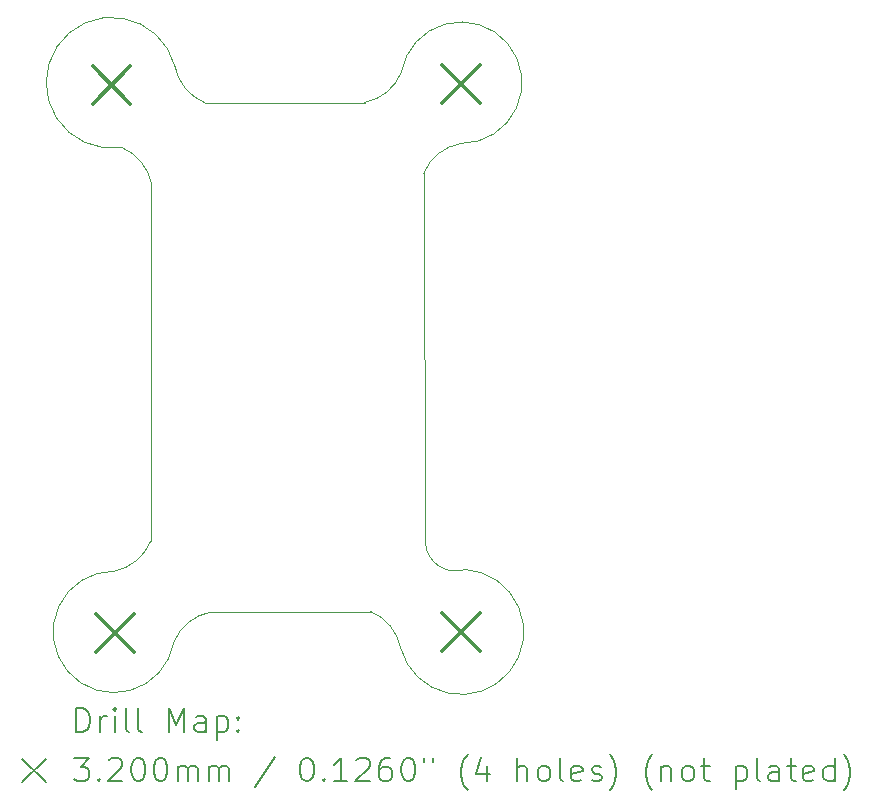
<source format=gbr>
%TF.GenerationSoftware,KiCad,Pcbnew,7.0.6*%
%TF.CreationDate,2023-09-30T16:03:38+02:00*%
%TF.ProjectId,bc546b-astable-multivibrator,62633534-3662-42d6-9173-7461626c652d,0*%
%TF.SameCoordinates,Original*%
%TF.FileFunction,Drillmap*%
%TF.FilePolarity,Positive*%
%FSLAX45Y45*%
G04 Gerber Fmt 4.5, Leading zero omitted, Abs format (unit mm)*
G04 Created by KiCad (PCBNEW 7.0.6) date 2023-09-30 16:03:38*
%MOMM*%
%LPD*%
G01*
G04 APERTURE LIST*
%ADD10C,0.100000*%
%ADD11C,0.200000*%
%ADD12C,0.320000*%
G04 APERTURE END LIST*
D10*
X8624498Y-5378804D02*
G75*
G03*
X8370757Y-5069534I-413738J-80726D01*
G01*
X8310016Y-8657558D02*
G75*
G03*
X8617054Y-8405349I-80746J411298D01*
G01*
X10734498Y-9308804D02*
G75*
G03*
X10480757Y-8999534I-413738J-80726D01*
G01*
X10734499Y-9308804D02*
G75*
G03*
X11283337Y-8643354I512152J136652D01*
G01*
X8822907Y-4382883D02*
G75*
G03*
X9076651Y-4692152I413743J80733D01*
G01*
X8617054Y-8405349D02*
X8624499Y-5378804D01*
X10943475Y-8419002D02*
G75*
G03*
X11283337Y-8643354I256525J19002D01*
G01*
X9076651Y-4692152D02*
X10430000Y-4690000D01*
X11246651Y-5036749D02*
G75*
G03*
X10739270Y-4436258I-1J514599D01*
G01*
X10480757Y-8999534D02*
X9123303Y-9004304D01*
X8822675Y-4382943D02*
G75*
G03*
X8370757Y-5069534I-536024J-139209D01*
G01*
X9123304Y-9004309D02*
G75*
G03*
X8814033Y-9258046I80726J-413741D01*
G01*
X10430000Y-4690001D02*
G75*
G03*
X10739270Y-4436258I-80730J413741D01*
G01*
X11246652Y-5036758D02*
G75*
G03*
X10928445Y-5289856I67378J-411292D01*
G01*
X10928445Y-5289856D02*
X10943475Y-8419002D01*
X8310016Y-8657558D02*
G75*
G03*
X8814033Y-9258046I-3366J-514592D01*
G01*
D11*
D12*
X8126651Y-4382152D02*
X8446651Y-4702152D01*
X8446651Y-4382152D02*
X8126651Y-4702152D01*
X8156651Y-9022152D02*
X8476651Y-9342152D01*
X8476651Y-9022152D02*
X8156651Y-9342152D01*
X11086651Y-4372152D02*
X11406651Y-4692152D01*
X11406651Y-4372152D02*
X11086651Y-4692152D01*
X11086651Y-9012152D02*
X11406651Y-9332152D01*
X11406651Y-9012152D02*
X11086651Y-9332152D01*
D11*
X7988622Y-10018705D02*
X7988622Y-9818705D01*
X7988622Y-9818705D02*
X8036241Y-9818705D01*
X8036241Y-9818705D02*
X8064813Y-9828229D01*
X8064813Y-9828229D02*
X8083860Y-9847277D01*
X8083860Y-9847277D02*
X8093384Y-9866324D01*
X8093384Y-9866324D02*
X8102908Y-9904419D01*
X8102908Y-9904419D02*
X8102908Y-9932991D01*
X8102908Y-9932991D02*
X8093384Y-9971086D01*
X8093384Y-9971086D02*
X8083860Y-9990134D01*
X8083860Y-9990134D02*
X8064813Y-10009181D01*
X8064813Y-10009181D02*
X8036241Y-10018705D01*
X8036241Y-10018705D02*
X7988622Y-10018705D01*
X8188622Y-10018705D02*
X8188622Y-9885372D01*
X8188622Y-9923467D02*
X8198146Y-9904419D01*
X8198146Y-9904419D02*
X8207670Y-9894896D01*
X8207670Y-9894896D02*
X8226717Y-9885372D01*
X8226717Y-9885372D02*
X8245765Y-9885372D01*
X8312432Y-10018705D02*
X8312432Y-9885372D01*
X8312432Y-9818705D02*
X8302908Y-9828229D01*
X8302908Y-9828229D02*
X8312432Y-9837753D01*
X8312432Y-9837753D02*
X8321955Y-9828229D01*
X8321955Y-9828229D02*
X8312432Y-9818705D01*
X8312432Y-9818705D02*
X8312432Y-9837753D01*
X8436241Y-10018705D02*
X8417194Y-10009181D01*
X8417194Y-10009181D02*
X8407670Y-9990134D01*
X8407670Y-9990134D02*
X8407670Y-9818705D01*
X8541003Y-10018705D02*
X8521955Y-10009181D01*
X8521955Y-10009181D02*
X8512432Y-9990134D01*
X8512432Y-9990134D02*
X8512432Y-9818705D01*
X8769575Y-10018705D02*
X8769575Y-9818705D01*
X8769575Y-9818705D02*
X8836241Y-9961562D01*
X8836241Y-9961562D02*
X8902908Y-9818705D01*
X8902908Y-9818705D02*
X8902908Y-10018705D01*
X9083860Y-10018705D02*
X9083860Y-9913943D01*
X9083860Y-9913943D02*
X9074336Y-9894896D01*
X9074336Y-9894896D02*
X9055289Y-9885372D01*
X9055289Y-9885372D02*
X9017194Y-9885372D01*
X9017194Y-9885372D02*
X8998146Y-9894896D01*
X9083860Y-10009181D02*
X9064813Y-10018705D01*
X9064813Y-10018705D02*
X9017194Y-10018705D01*
X9017194Y-10018705D02*
X8998146Y-10009181D01*
X8998146Y-10009181D02*
X8988622Y-9990134D01*
X8988622Y-9990134D02*
X8988622Y-9971086D01*
X8988622Y-9971086D02*
X8998146Y-9952038D01*
X8998146Y-9952038D02*
X9017194Y-9942515D01*
X9017194Y-9942515D02*
X9064813Y-9942515D01*
X9064813Y-9942515D02*
X9083860Y-9932991D01*
X9179098Y-9885372D02*
X9179098Y-10085372D01*
X9179098Y-9894896D02*
X9198146Y-9885372D01*
X9198146Y-9885372D02*
X9236241Y-9885372D01*
X9236241Y-9885372D02*
X9255289Y-9894896D01*
X9255289Y-9894896D02*
X9264813Y-9904419D01*
X9264813Y-9904419D02*
X9274336Y-9923467D01*
X9274336Y-9923467D02*
X9274336Y-9980610D01*
X9274336Y-9980610D02*
X9264813Y-9999657D01*
X9264813Y-9999657D02*
X9255289Y-10009181D01*
X9255289Y-10009181D02*
X9236241Y-10018705D01*
X9236241Y-10018705D02*
X9198146Y-10018705D01*
X9198146Y-10018705D02*
X9179098Y-10009181D01*
X9360051Y-9999657D02*
X9369575Y-10009181D01*
X9369575Y-10009181D02*
X9360051Y-10018705D01*
X9360051Y-10018705D02*
X9350527Y-10009181D01*
X9350527Y-10009181D02*
X9360051Y-9999657D01*
X9360051Y-9999657D02*
X9360051Y-10018705D01*
X9360051Y-9894896D02*
X9369575Y-9904419D01*
X9369575Y-9904419D02*
X9360051Y-9913943D01*
X9360051Y-9913943D02*
X9350527Y-9904419D01*
X9350527Y-9904419D02*
X9360051Y-9894896D01*
X9360051Y-9894896D02*
X9360051Y-9913943D01*
X7527845Y-10247221D02*
X7727845Y-10447221D01*
X7727845Y-10247221D02*
X7527845Y-10447221D01*
X7969574Y-10238705D02*
X8093384Y-10238705D01*
X8093384Y-10238705D02*
X8026717Y-10314896D01*
X8026717Y-10314896D02*
X8055289Y-10314896D01*
X8055289Y-10314896D02*
X8074336Y-10324419D01*
X8074336Y-10324419D02*
X8083860Y-10333943D01*
X8083860Y-10333943D02*
X8093384Y-10352991D01*
X8093384Y-10352991D02*
X8093384Y-10400610D01*
X8093384Y-10400610D02*
X8083860Y-10419657D01*
X8083860Y-10419657D02*
X8074336Y-10429181D01*
X8074336Y-10429181D02*
X8055289Y-10438705D01*
X8055289Y-10438705D02*
X7998146Y-10438705D01*
X7998146Y-10438705D02*
X7979098Y-10429181D01*
X7979098Y-10429181D02*
X7969574Y-10419657D01*
X8179098Y-10419657D02*
X8188622Y-10429181D01*
X8188622Y-10429181D02*
X8179098Y-10438705D01*
X8179098Y-10438705D02*
X8169574Y-10429181D01*
X8169574Y-10429181D02*
X8179098Y-10419657D01*
X8179098Y-10419657D02*
X8179098Y-10438705D01*
X8264813Y-10257753D02*
X8274336Y-10248229D01*
X8274336Y-10248229D02*
X8293384Y-10238705D01*
X8293384Y-10238705D02*
X8341003Y-10238705D01*
X8341003Y-10238705D02*
X8360051Y-10248229D01*
X8360051Y-10248229D02*
X8369574Y-10257753D01*
X8369574Y-10257753D02*
X8379098Y-10276800D01*
X8379098Y-10276800D02*
X8379098Y-10295848D01*
X8379098Y-10295848D02*
X8369574Y-10324419D01*
X8369574Y-10324419D02*
X8255289Y-10438705D01*
X8255289Y-10438705D02*
X8379098Y-10438705D01*
X8502908Y-10238705D02*
X8521956Y-10238705D01*
X8521956Y-10238705D02*
X8541003Y-10248229D01*
X8541003Y-10248229D02*
X8550527Y-10257753D01*
X8550527Y-10257753D02*
X8560051Y-10276800D01*
X8560051Y-10276800D02*
X8569575Y-10314896D01*
X8569575Y-10314896D02*
X8569575Y-10362515D01*
X8569575Y-10362515D02*
X8560051Y-10400610D01*
X8560051Y-10400610D02*
X8550527Y-10419657D01*
X8550527Y-10419657D02*
X8541003Y-10429181D01*
X8541003Y-10429181D02*
X8521956Y-10438705D01*
X8521956Y-10438705D02*
X8502908Y-10438705D01*
X8502908Y-10438705D02*
X8483860Y-10429181D01*
X8483860Y-10429181D02*
X8474336Y-10419657D01*
X8474336Y-10419657D02*
X8464813Y-10400610D01*
X8464813Y-10400610D02*
X8455289Y-10362515D01*
X8455289Y-10362515D02*
X8455289Y-10314896D01*
X8455289Y-10314896D02*
X8464813Y-10276800D01*
X8464813Y-10276800D02*
X8474336Y-10257753D01*
X8474336Y-10257753D02*
X8483860Y-10248229D01*
X8483860Y-10248229D02*
X8502908Y-10238705D01*
X8693384Y-10238705D02*
X8712432Y-10238705D01*
X8712432Y-10238705D02*
X8731479Y-10248229D01*
X8731479Y-10248229D02*
X8741003Y-10257753D01*
X8741003Y-10257753D02*
X8750527Y-10276800D01*
X8750527Y-10276800D02*
X8760051Y-10314896D01*
X8760051Y-10314896D02*
X8760051Y-10362515D01*
X8760051Y-10362515D02*
X8750527Y-10400610D01*
X8750527Y-10400610D02*
X8741003Y-10419657D01*
X8741003Y-10419657D02*
X8731479Y-10429181D01*
X8731479Y-10429181D02*
X8712432Y-10438705D01*
X8712432Y-10438705D02*
X8693384Y-10438705D01*
X8693384Y-10438705D02*
X8674336Y-10429181D01*
X8674336Y-10429181D02*
X8664813Y-10419657D01*
X8664813Y-10419657D02*
X8655289Y-10400610D01*
X8655289Y-10400610D02*
X8645765Y-10362515D01*
X8645765Y-10362515D02*
X8645765Y-10314896D01*
X8645765Y-10314896D02*
X8655289Y-10276800D01*
X8655289Y-10276800D02*
X8664813Y-10257753D01*
X8664813Y-10257753D02*
X8674336Y-10248229D01*
X8674336Y-10248229D02*
X8693384Y-10238705D01*
X8845765Y-10438705D02*
X8845765Y-10305372D01*
X8845765Y-10324419D02*
X8855289Y-10314896D01*
X8855289Y-10314896D02*
X8874336Y-10305372D01*
X8874336Y-10305372D02*
X8902908Y-10305372D01*
X8902908Y-10305372D02*
X8921956Y-10314896D01*
X8921956Y-10314896D02*
X8931479Y-10333943D01*
X8931479Y-10333943D02*
X8931479Y-10438705D01*
X8931479Y-10333943D02*
X8941003Y-10314896D01*
X8941003Y-10314896D02*
X8960051Y-10305372D01*
X8960051Y-10305372D02*
X8988622Y-10305372D01*
X8988622Y-10305372D02*
X9007670Y-10314896D01*
X9007670Y-10314896D02*
X9017194Y-10333943D01*
X9017194Y-10333943D02*
X9017194Y-10438705D01*
X9112432Y-10438705D02*
X9112432Y-10305372D01*
X9112432Y-10324419D02*
X9121956Y-10314896D01*
X9121956Y-10314896D02*
X9141003Y-10305372D01*
X9141003Y-10305372D02*
X9169575Y-10305372D01*
X9169575Y-10305372D02*
X9188622Y-10314896D01*
X9188622Y-10314896D02*
X9198146Y-10333943D01*
X9198146Y-10333943D02*
X9198146Y-10438705D01*
X9198146Y-10333943D02*
X9207670Y-10314896D01*
X9207670Y-10314896D02*
X9226717Y-10305372D01*
X9226717Y-10305372D02*
X9255289Y-10305372D01*
X9255289Y-10305372D02*
X9274337Y-10314896D01*
X9274337Y-10314896D02*
X9283860Y-10333943D01*
X9283860Y-10333943D02*
X9283860Y-10438705D01*
X9674337Y-10229181D02*
X9502908Y-10486324D01*
X9931479Y-10238705D02*
X9950527Y-10238705D01*
X9950527Y-10238705D02*
X9969575Y-10248229D01*
X9969575Y-10248229D02*
X9979099Y-10257753D01*
X9979099Y-10257753D02*
X9988622Y-10276800D01*
X9988622Y-10276800D02*
X9998146Y-10314896D01*
X9998146Y-10314896D02*
X9998146Y-10362515D01*
X9998146Y-10362515D02*
X9988622Y-10400610D01*
X9988622Y-10400610D02*
X9979099Y-10419657D01*
X9979099Y-10419657D02*
X9969575Y-10429181D01*
X9969575Y-10429181D02*
X9950527Y-10438705D01*
X9950527Y-10438705D02*
X9931479Y-10438705D01*
X9931479Y-10438705D02*
X9912432Y-10429181D01*
X9912432Y-10429181D02*
X9902908Y-10419657D01*
X9902908Y-10419657D02*
X9893384Y-10400610D01*
X9893384Y-10400610D02*
X9883860Y-10362515D01*
X9883860Y-10362515D02*
X9883860Y-10314896D01*
X9883860Y-10314896D02*
X9893384Y-10276800D01*
X9893384Y-10276800D02*
X9902908Y-10257753D01*
X9902908Y-10257753D02*
X9912432Y-10248229D01*
X9912432Y-10248229D02*
X9931479Y-10238705D01*
X10083860Y-10419657D02*
X10093384Y-10429181D01*
X10093384Y-10429181D02*
X10083860Y-10438705D01*
X10083860Y-10438705D02*
X10074337Y-10429181D01*
X10074337Y-10429181D02*
X10083860Y-10419657D01*
X10083860Y-10419657D02*
X10083860Y-10438705D01*
X10283860Y-10438705D02*
X10169575Y-10438705D01*
X10226718Y-10438705D02*
X10226718Y-10238705D01*
X10226718Y-10238705D02*
X10207670Y-10267277D01*
X10207670Y-10267277D02*
X10188622Y-10286324D01*
X10188622Y-10286324D02*
X10169575Y-10295848D01*
X10360051Y-10257753D02*
X10369575Y-10248229D01*
X10369575Y-10248229D02*
X10388622Y-10238705D01*
X10388622Y-10238705D02*
X10436241Y-10238705D01*
X10436241Y-10238705D02*
X10455289Y-10248229D01*
X10455289Y-10248229D02*
X10464813Y-10257753D01*
X10464813Y-10257753D02*
X10474337Y-10276800D01*
X10474337Y-10276800D02*
X10474337Y-10295848D01*
X10474337Y-10295848D02*
X10464813Y-10324419D01*
X10464813Y-10324419D02*
X10350527Y-10438705D01*
X10350527Y-10438705D02*
X10474337Y-10438705D01*
X10645765Y-10238705D02*
X10607670Y-10238705D01*
X10607670Y-10238705D02*
X10588622Y-10248229D01*
X10588622Y-10248229D02*
X10579099Y-10257753D01*
X10579099Y-10257753D02*
X10560051Y-10286324D01*
X10560051Y-10286324D02*
X10550527Y-10324419D01*
X10550527Y-10324419D02*
X10550527Y-10400610D01*
X10550527Y-10400610D02*
X10560051Y-10419657D01*
X10560051Y-10419657D02*
X10569575Y-10429181D01*
X10569575Y-10429181D02*
X10588622Y-10438705D01*
X10588622Y-10438705D02*
X10626718Y-10438705D01*
X10626718Y-10438705D02*
X10645765Y-10429181D01*
X10645765Y-10429181D02*
X10655289Y-10419657D01*
X10655289Y-10419657D02*
X10664813Y-10400610D01*
X10664813Y-10400610D02*
X10664813Y-10352991D01*
X10664813Y-10352991D02*
X10655289Y-10333943D01*
X10655289Y-10333943D02*
X10645765Y-10324419D01*
X10645765Y-10324419D02*
X10626718Y-10314896D01*
X10626718Y-10314896D02*
X10588622Y-10314896D01*
X10588622Y-10314896D02*
X10569575Y-10324419D01*
X10569575Y-10324419D02*
X10560051Y-10333943D01*
X10560051Y-10333943D02*
X10550527Y-10352991D01*
X10788622Y-10238705D02*
X10807670Y-10238705D01*
X10807670Y-10238705D02*
X10826718Y-10248229D01*
X10826718Y-10248229D02*
X10836241Y-10257753D01*
X10836241Y-10257753D02*
X10845765Y-10276800D01*
X10845765Y-10276800D02*
X10855289Y-10314896D01*
X10855289Y-10314896D02*
X10855289Y-10362515D01*
X10855289Y-10362515D02*
X10845765Y-10400610D01*
X10845765Y-10400610D02*
X10836241Y-10419657D01*
X10836241Y-10419657D02*
X10826718Y-10429181D01*
X10826718Y-10429181D02*
X10807670Y-10438705D01*
X10807670Y-10438705D02*
X10788622Y-10438705D01*
X10788622Y-10438705D02*
X10769575Y-10429181D01*
X10769575Y-10429181D02*
X10760051Y-10419657D01*
X10760051Y-10419657D02*
X10750527Y-10400610D01*
X10750527Y-10400610D02*
X10741003Y-10362515D01*
X10741003Y-10362515D02*
X10741003Y-10314896D01*
X10741003Y-10314896D02*
X10750527Y-10276800D01*
X10750527Y-10276800D02*
X10760051Y-10257753D01*
X10760051Y-10257753D02*
X10769575Y-10248229D01*
X10769575Y-10248229D02*
X10788622Y-10238705D01*
X10931480Y-10238705D02*
X10931480Y-10276800D01*
X11007670Y-10238705D02*
X11007670Y-10276800D01*
X11302908Y-10514896D02*
X11293384Y-10505372D01*
X11293384Y-10505372D02*
X11274337Y-10476800D01*
X11274337Y-10476800D02*
X11264813Y-10457753D01*
X11264813Y-10457753D02*
X11255289Y-10429181D01*
X11255289Y-10429181D02*
X11245765Y-10381562D01*
X11245765Y-10381562D02*
X11245765Y-10343467D01*
X11245765Y-10343467D02*
X11255289Y-10295848D01*
X11255289Y-10295848D02*
X11264813Y-10267277D01*
X11264813Y-10267277D02*
X11274337Y-10248229D01*
X11274337Y-10248229D02*
X11293384Y-10219657D01*
X11293384Y-10219657D02*
X11302908Y-10210134D01*
X11464813Y-10305372D02*
X11464813Y-10438705D01*
X11417194Y-10229181D02*
X11369575Y-10372038D01*
X11369575Y-10372038D02*
X11493384Y-10372038D01*
X11721956Y-10438705D02*
X11721956Y-10238705D01*
X11807670Y-10438705D02*
X11807670Y-10333943D01*
X11807670Y-10333943D02*
X11798146Y-10314896D01*
X11798146Y-10314896D02*
X11779099Y-10305372D01*
X11779099Y-10305372D02*
X11750527Y-10305372D01*
X11750527Y-10305372D02*
X11731480Y-10314896D01*
X11731480Y-10314896D02*
X11721956Y-10324419D01*
X11931480Y-10438705D02*
X11912432Y-10429181D01*
X11912432Y-10429181D02*
X11902908Y-10419657D01*
X11902908Y-10419657D02*
X11893384Y-10400610D01*
X11893384Y-10400610D02*
X11893384Y-10343467D01*
X11893384Y-10343467D02*
X11902908Y-10324419D01*
X11902908Y-10324419D02*
X11912432Y-10314896D01*
X11912432Y-10314896D02*
X11931480Y-10305372D01*
X11931480Y-10305372D02*
X11960051Y-10305372D01*
X11960051Y-10305372D02*
X11979099Y-10314896D01*
X11979099Y-10314896D02*
X11988622Y-10324419D01*
X11988622Y-10324419D02*
X11998146Y-10343467D01*
X11998146Y-10343467D02*
X11998146Y-10400610D01*
X11998146Y-10400610D02*
X11988622Y-10419657D01*
X11988622Y-10419657D02*
X11979099Y-10429181D01*
X11979099Y-10429181D02*
X11960051Y-10438705D01*
X11960051Y-10438705D02*
X11931480Y-10438705D01*
X12112432Y-10438705D02*
X12093384Y-10429181D01*
X12093384Y-10429181D02*
X12083861Y-10410134D01*
X12083861Y-10410134D02*
X12083861Y-10238705D01*
X12264813Y-10429181D02*
X12245765Y-10438705D01*
X12245765Y-10438705D02*
X12207670Y-10438705D01*
X12207670Y-10438705D02*
X12188622Y-10429181D01*
X12188622Y-10429181D02*
X12179099Y-10410134D01*
X12179099Y-10410134D02*
X12179099Y-10333943D01*
X12179099Y-10333943D02*
X12188622Y-10314896D01*
X12188622Y-10314896D02*
X12207670Y-10305372D01*
X12207670Y-10305372D02*
X12245765Y-10305372D01*
X12245765Y-10305372D02*
X12264813Y-10314896D01*
X12264813Y-10314896D02*
X12274337Y-10333943D01*
X12274337Y-10333943D02*
X12274337Y-10352991D01*
X12274337Y-10352991D02*
X12179099Y-10372038D01*
X12350527Y-10429181D02*
X12369575Y-10438705D01*
X12369575Y-10438705D02*
X12407670Y-10438705D01*
X12407670Y-10438705D02*
X12426718Y-10429181D01*
X12426718Y-10429181D02*
X12436242Y-10410134D01*
X12436242Y-10410134D02*
X12436242Y-10400610D01*
X12436242Y-10400610D02*
X12426718Y-10381562D01*
X12426718Y-10381562D02*
X12407670Y-10372038D01*
X12407670Y-10372038D02*
X12379099Y-10372038D01*
X12379099Y-10372038D02*
X12360051Y-10362515D01*
X12360051Y-10362515D02*
X12350527Y-10343467D01*
X12350527Y-10343467D02*
X12350527Y-10333943D01*
X12350527Y-10333943D02*
X12360051Y-10314896D01*
X12360051Y-10314896D02*
X12379099Y-10305372D01*
X12379099Y-10305372D02*
X12407670Y-10305372D01*
X12407670Y-10305372D02*
X12426718Y-10314896D01*
X12502908Y-10514896D02*
X12512432Y-10505372D01*
X12512432Y-10505372D02*
X12531480Y-10476800D01*
X12531480Y-10476800D02*
X12541003Y-10457753D01*
X12541003Y-10457753D02*
X12550527Y-10429181D01*
X12550527Y-10429181D02*
X12560051Y-10381562D01*
X12560051Y-10381562D02*
X12560051Y-10343467D01*
X12560051Y-10343467D02*
X12550527Y-10295848D01*
X12550527Y-10295848D02*
X12541003Y-10267277D01*
X12541003Y-10267277D02*
X12531480Y-10248229D01*
X12531480Y-10248229D02*
X12512432Y-10219657D01*
X12512432Y-10219657D02*
X12502908Y-10210134D01*
X12864813Y-10514896D02*
X12855289Y-10505372D01*
X12855289Y-10505372D02*
X12836242Y-10476800D01*
X12836242Y-10476800D02*
X12826718Y-10457753D01*
X12826718Y-10457753D02*
X12817194Y-10429181D01*
X12817194Y-10429181D02*
X12807670Y-10381562D01*
X12807670Y-10381562D02*
X12807670Y-10343467D01*
X12807670Y-10343467D02*
X12817194Y-10295848D01*
X12817194Y-10295848D02*
X12826718Y-10267277D01*
X12826718Y-10267277D02*
X12836242Y-10248229D01*
X12836242Y-10248229D02*
X12855289Y-10219657D01*
X12855289Y-10219657D02*
X12864813Y-10210134D01*
X12941003Y-10305372D02*
X12941003Y-10438705D01*
X12941003Y-10324419D02*
X12950527Y-10314896D01*
X12950527Y-10314896D02*
X12969575Y-10305372D01*
X12969575Y-10305372D02*
X12998146Y-10305372D01*
X12998146Y-10305372D02*
X13017194Y-10314896D01*
X13017194Y-10314896D02*
X13026718Y-10333943D01*
X13026718Y-10333943D02*
X13026718Y-10438705D01*
X13150527Y-10438705D02*
X13131480Y-10429181D01*
X13131480Y-10429181D02*
X13121956Y-10419657D01*
X13121956Y-10419657D02*
X13112432Y-10400610D01*
X13112432Y-10400610D02*
X13112432Y-10343467D01*
X13112432Y-10343467D02*
X13121956Y-10324419D01*
X13121956Y-10324419D02*
X13131480Y-10314896D01*
X13131480Y-10314896D02*
X13150527Y-10305372D01*
X13150527Y-10305372D02*
X13179099Y-10305372D01*
X13179099Y-10305372D02*
X13198146Y-10314896D01*
X13198146Y-10314896D02*
X13207670Y-10324419D01*
X13207670Y-10324419D02*
X13217194Y-10343467D01*
X13217194Y-10343467D02*
X13217194Y-10400610D01*
X13217194Y-10400610D02*
X13207670Y-10419657D01*
X13207670Y-10419657D02*
X13198146Y-10429181D01*
X13198146Y-10429181D02*
X13179099Y-10438705D01*
X13179099Y-10438705D02*
X13150527Y-10438705D01*
X13274337Y-10305372D02*
X13350527Y-10305372D01*
X13302908Y-10238705D02*
X13302908Y-10410134D01*
X13302908Y-10410134D02*
X13312432Y-10429181D01*
X13312432Y-10429181D02*
X13331480Y-10438705D01*
X13331480Y-10438705D02*
X13350527Y-10438705D01*
X13569575Y-10305372D02*
X13569575Y-10505372D01*
X13569575Y-10314896D02*
X13588623Y-10305372D01*
X13588623Y-10305372D02*
X13626718Y-10305372D01*
X13626718Y-10305372D02*
X13645765Y-10314896D01*
X13645765Y-10314896D02*
X13655289Y-10324419D01*
X13655289Y-10324419D02*
X13664813Y-10343467D01*
X13664813Y-10343467D02*
X13664813Y-10400610D01*
X13664813Y-10400610D02*
X13655289Y-10419657D01*
X13655289Y-10419657D02*
X13645765Y-10429181D01*
X13645765Y-10429181D02*
X13626718Y-10438705D01*
X13626718Y-10438705D02*
X13588623Y-10438705D01*
X13588623Y-10438705D02*
X13569575Y-10429181D01*
X13779099Y-10438705D02*
X13760051Y-10429181D01*
X13760051Y-10429181D02*
X13750527Y-10410134D01*
X13750527Y-10410134D02*
X13750527Y-10238705D01*
X13941004Y-10438705D02*
X13941004Y-10333943D01*
X13941004Y-10333943D02*
X13931480Y-10314896D01*
X13931480Y-10314896D02*
X13912432Y-10305372D01*
X13912432Y-10305372D02*
X13874337Y-10305372D01*
X13874337Y-10305372D02*
X13855289Y-10314896D01*
X13941004Y-10429181D02*
X13921956Y-10438705D01*
X13921956Y-10438705D02*
X13874337Y-10438705D01*
X13874337Y-10438705D02*
X13855289Y-10429181D01*
X13855289Y-10429181D02*
X13845765Y-10410134D01*
X13845765Y-10410134D02*
X13845765Y-10391086D01*
X13845765Y-10391086D02*
X13855289Y-10372038D01*
X13855289Y-10372038D02*
X13874337Y-10362515D01*
X13874337Y-10362515D02*
X13921956Y-10362515D01*
X13921956Y-10362515D02*
X13941004Y-10352991D01*
X14007670Y-10305372D02*
X14083861Y-10305372D01*
X14036242Y-10238705D02*
X14036242Y-10410134D01*
X14036242Y-10410134D02*
X14045765Y-10429181D01*
X14045765Y-10429181D02*
X14064813Y-10438705D01*
X14064813Y-10438705D02*
X14083861Y-10438705D01*
X14226718Y-10429181D02*
X14207670Y-10438705D01*
X14207670Y-10438705D02*
X14169575Y-10438705D01*
X14169575Y-10438705D02*
X14150527Y-10429181D01*
X14150527Y-10429181D02*
X14141004Y-10410134D01*
X14141004Y-10410134D02*
X14141004Y-10333943D01*
X14141004Y-10333943D02*
X14150527Y-10314896D01*
X14150527Y-10314896D02*
X14169575Y-10305372D01*
X14169575Y-10305372D02*
X14207670Y-10305372D01*
X14207670Y-10305372D02*
X14226718Y-10314896D01*
X14226718Y-10314896D02*
X14236242Y-10333943D01*
X14236242Y-10333943D02*
X14236242Y-10352991D01*
X14236242Y-10352991D02*
X14141004Y-10372038D01*
X14407670Y-10438705D02*
X14407670Y-10238705D01*
X14407670Y-10429181D02*
X14388623Y-10438705D01*
X14388623Y-10438705D02*
X14350527Y-10438705D01*
X14350527Y-10438705D02*
X14331480Y-10429181D01*
X14331480Y-10429181D02*
X14321956Y-10419657D01*
X14321956Y-10419657D02*
X14312432Y-10400610D01*
X14312432Y-10400610D02*
X14312432Y-10343467D01*
X14312432Y-10343467D02*
X14321956Y-10324419D01*
X14321956Y-10324419D02*
X14331480Y-10314896D01*
X14331480Y-10314896D02*
X14350527Y-10305372D01*
X14350527Y-10305372D02*
X14388623Y-10305372D01*
X14388623Y-10305372D02*
X14407670Y-10314896D01*
X14483861Y-10514896D02*
X14493385Y-10505372D01*
X14493385Y-10505372D02*
X14512432Y-10476800D01*
X14512432Y-10476800D02*
X14521956Y-10457753D01*
X14521956Y-10457753D02*
X14531480Y-10429181D01*
X14531480Y-10429181D02*
X14541004Y-10381562D01*
X14541004Y-10381562D02*
X14541004Y-10343467D01*
X14541004Y-10343467D02*
X14531480Y-10295848D01*
X14531480Y-10295848D02*
X14521956Y-10267277D01*
X14521956Y-10267277D02*
X14512432Y-10248229D01*
X14512432Y-10248229D02*
X14493385Y-10219657D01*
X14493385Y-10219657D02*
X14483861Y-10210134D01*
M02*

</source>
